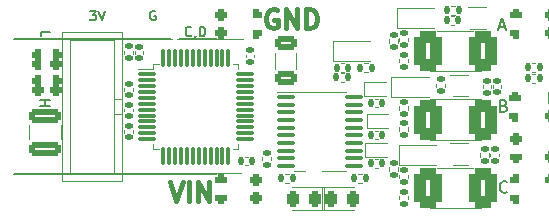
<source format=gbr>
%TF.GenerationSoftware,KiCad,Pcbnew,(6.0.5)*%
%TF.CreationDate,2022-09-11T00:02:45-04:00*%
%TF.ProjectId,GoldESC,476f6c64-4553-4432-9e6b-696361645f70,rev?*%
%TF.SameCoordinates,Original*%
%TF.FileFunction,Legend,Top*%
%TF.FilePolarity,Positive*%
%FSLAX46Y46*%
G04 Gerber Fmt 4.6, Leading zero omitted, Abs format (unit mm)*
G04 Created by KiCad (PCBNEW (6.0.5)) date 2022-09-11 00:02:45*
%MOMM*%
%LPD*%
G01*
G04 APERTURE LIST*
G04 Aperture macros list*
%AMRoundRect*
0 Rectangle with rounded corners*
0 $1 Rounding radius*
0 $2 $3 $4 $5 $6 $7 $8 $9 X,Y pos of 4 corners*
0 Add a 4 corners polygon primitive as box body*
4,1,4,$2,$3,$4,$5,$6,$7,$8,$9,$2,$3,0*
0 Add four circle primitives for the rounded corners*
1,1,$1+$1,$2,$3*
1,1,$1+$1,$4,$5*
1,1,$1+$1,$6,$7*
1,1,$1+$1,$8,$9*
0 Add four rect primitives between the rounded corners*
20,1,$1+$1,$2,$3,$4,$5,0*
20,1,$1+$1,$4,$5,$6,$7,0*
20,1,$1+$1,$6,$7,$8,$9,0*
20,1,$1+$1,$8,$9,$2,$3,0*%
G04 Aperture macros list end*
%ADD10C,0.200000*%
%ADD11C,0.400000*%
%ADD12C,0.150000*%
%ADD13C,0.120000*%
%ADD14RoundRect,0.135000X-0.135000X-0.185000X0.135000X-0.185000X0.135000X0.185000X-0.135000X0.185000X0*%
%ADD15R,0.700000X0.340000*%
%ADD16R,0.600000X0.700000*%
%ADD17RoundRect,0.243750X0.243750X0.456250X-0.243750X0.456250X-0.243750X-0.456250X0.243750X-0.456250X0*%
%ADD18RoundRect,0.135000X-0.185000X0.135000X-0.185000X-0.135000X0.185000X-0.135000X0.185000X0.135000X0*%
%ADD19RoundRect,0.140000X-0.170000X0.140000X-0.170000X-0.140000X0.170000X-0.140000X0.170000X0.140000X0*%
%ADD20RoundRect,0.140000X0.140000X0.170000X-0.140000X0.170000X-0.140000X-0.170000X0.140000X-0.170000X0*%
%ADD21RoundRect,0.140000X-0.140000X-0.170000X0.140000X-0.170000X0.140000X0.170000X-0.140000X0.170000X0*%
%ADD22R,1.000000X1.000000*%
%ADD23RoundRect,0.075000X-0.662500X-0.075000X0.662500X-0.075000X0.662500X0.075000X-0.662500X0.075000X0*%
%ADD24RoundRect,0.075000X-0.075000X-0.662500X0.075000X-0.662500X0.075000X0.662500X-0.075000X0.662500X0*%
%ADD25RoundRect,0.243750X-0.243750X-0.456250X0.243750X-0.456250X0.243750X0.456250X-0.243750X0.456250X0*%
%ADD26RoundRect,0.135000X0.185000X-0.135000X0.185000X0.135000X-0.185000X0.135000X-0.185000X-0.135000X0*%
%ADD27RoundRect,0.250000X1.075000X-0.375000X1.075000X0.375000X-1.075000X0.375000X-1.075000X-0.375000X0*%
%ADD28RoundRect,0.135000X0.135000X0.185000X-0.135000X0.185000X-0.135000X-0.185000X0.135000X-0.185000X0*%
%ADD29C,1.200000*%
%ADD30RoundRect,0.100000X-0.637500X-0.100000X0.637500X-0.100000X0.637500X0.100000X-0.637500X0.100000X0*%
%ADD31RoundRect,0.250000X0.250000X-0.250000X0.250000X0.250000X-0.250000X0.250000X-0.250000X-0.250000X0*%
%ADD32RoundRect,0.250000X-0.250000X0.250000X-0.250000X-0.250000X0.250000X-0.250000X0.250000X0.250000X0*%
%ADD33RoundRect,0.508000X0.711200X1.168400X-0.711200X1.168400X-0.711200X-1.168400X0.711200X-1.168400X0*%
%ADD34RoundRect,0.140000X0.170000X-0.140000X0.170000X0.140000X-0.170000X0.140000X-0.170000X-0.140000X0*%
%ADD35RoundRect,0.250000X0.250000X0.250000X-0.250000X0.250000X-0.250000X-0.250000X0.250000X-0.250000X0*%
%ADD36O,1.000000X1.000000*%
%ADD37RoundRect,0.250000X0.650000X-0.325000X0.650000X0.325000X-0.650000X0.325000X-0.650000X-0.325000X0*%
%ADD38C,1.400000*%
G04 APERTURE END LIST*
D10*
X-17976895Y76228D02*
X-18776895Y76228D01*
X-18395942Y76228D02*
X-18395942Y533371D01*
X-17976895Y533371D02*
X-18776895Y533371D01*
X-18751504Y5949980D02*
X-18751504Y6330933D01*
X-17951504Y6330933D01*
D11*
X-7797580Y-6388209D02*
X-7264247Y-7988209D01*
X-6730914Y-6388209D01*
X-6197580Y-7988209D02*
X-6197580Y-6388209D01*
X-5435676Y-7988209D02*
X-5435676Y-6388209D01*
X-4521390Y-7988209D01*
X-4521390Y-6388209D01*
X1270152Y8166000D02*
X1117771Y8242190D01*
X889200Y8242190D01*
X660628Y8166000D01*
X508247Y8013619D01*
X432057Y7861238D01*
X355866Y7556476D01*
X355866Y7327904D01*
X432057Y7023142D01*
X508247Y6870761D01*
X660628Y6718380D01*
X889200Y6642190D01*
X1041580Y6642190D01*
X1270152Y6718380D01*
X1346342Y6794571D01*
X1346342Y7327904D01*
X1041580Y7327904D01*
X2032057Y6642190D02*
X2032057Y8242190D01*
X2946342Y6642190D01*
X2946342Y8242190D01*
X3708247Y6642190D02*
X3708247Y8242190D01*
X4089199Y8242190D01*
X4317771Y8166000D01*
X4470152Y8013619D01*
X4546342Y7861238D01*
X4622533Y7556476D01*
X4622533Y7327904D01*
X4546342Y7023142D01*
X4470152Y6870761D01*
X4317771Y6718380D01*
X4089199Y6642190D01*
X3708247Y6642190D01*
D10*
X-5981657Y6064285D02*
X-6019752Y6026190D01*
X-6134038Y5988095D01*
X-6210228Y5988095D01*
X-6324514Y6026190D01*
X-6400704Y6102380D01*
X-6438800Y6178571D01*
X-6476895Y6330952D01*
X-6476895Y6445238D01*
X-6438800Y6597619D01*
X-6400704Y6673809D01*
X-6324514Y6750000D01*
X-6210228Y6788095D01*
X-6134038Y6788095D01*
X-6019752Y6750000D01*
X-5981657Y6711904D01*
X-5600704Y6026190D02*
X-5600704Y5988095D01*
X-5638800Y5911904D01*
X-5676895Y5873809D01*
X-5257847Y5988095D02*
X-5257847Y6788095D01*
X-5067371Y6788095D01*
X-4953085Y6750000D01*
X-4876895Y6673809D01*
X-4838800Y6597619D01*
X-4800704Y6445238D01*
X-4800704Y6330952D01*
X-4838800Y6178571D01*
X-4876895Y6102380D01*
X-4953085Y6026190D01*
X-5067371Y5988095D01*
X-5257847Y5988095D01*
X-9036076Y8070800D02*
X-9112266Y8108895D01*
X-9226552Y8108895D01*
X-9340838Y8070800D01*
X-9417028Y7994609D01*
X-9455123Y7918419D01*
X-9493219Y7766038D01*
X-9493219Y7651752D01*
X-9455123Y7499371D01*
X-9417028Y7423180D01*
X-9340838Y7346990D01*
X-9226552Y7308895D01*
X-9150361Y7308895D01*
X-9036076Y7346990D01*
X-8997980Y7385085D01*
X-8997980Y7651752D01*
X-9150361Y7651752D01*
X-14579523Y8108895D02*
X-14084285Y8108895D01*
X-14350952Y7804133D01*
X-14236666Y7804133D01*
X-14160476Y7766038D01*
X-14122380Y7727942D01*
X-14084285Y7651752D01*
X-14084285Y7461276D01*
X-14122380Y7385085D01*
X-14160476Y7346990D01*
X-14236666Y7308895D01*
X-14465238Y7308895D01*
X-14541428Y7346990D01*
X-14579523Y7385085D01*
X-13855714Y8108895D02*
X-13589047Y7308895D01*
X-13322380Y8108895D01*
D12*
X-1700000Y-5700000D02*
X-21000000Y-5700000D01*
X-1600000Y5700000D02*
X-21000000Y5700000D01*
D10*
X20759523Y-7207142D02*
X20711904Y-7254761D01*
X20569047Y-7302380D01*
X20473809Y-7302380D01*
X20330952Y-7254761D01*
X20235714Y-7159523D01*
X20188095Y-7064285D01*
X20140476Y-6873809D01*
X20140476Y-6730952D01*
X20188095Y-6540476D01*
X20235714Y-6445238D01*
X20330952Y-6350000D01*
X20473809Y-6302380D01*
X20569047Y-6302380D01*
X20711904Y-6350000D01*
X20759523Y-6397619D01*
X20471428Y71428D02*
X20614285Y23809D01*
X20661904Y-23809D01*
X20709523Y-119047D01*
X20709523Y-261904D01*
X20661904Y-357142D01*
X20614285Y-404761D01*
X20519047Y-452380D01*
X20138095Y-452380D01*
X20138095Y547619D01*
X20471428Y547619D01*
X20566666Y500000D01*
X20614285Y452380D01*
X20661904Y357142D01*
X20661904Y261904D01*
X20614285Y166666D01*
X20566666Y119047D01*
X20471428Y71428D01*
X20138095Y71428D01*
X20111904Y6783333D02*
X20588095Y6783333D01*
X20016666Y6497619D02*
X20350000Y7497619D01*
X20683333Y6497619D01*
D13*
%TO.C,R43*%
X8646359Y2920000D02*
X8953641Y2920000D01*
X8646359Y3680000D02*
X8953641Y3680000D01*
%TO.C,U4*%
X17400000Y8400000D02*
X18950000Y8400000D01*
X18950000Y6600000D02*
X17650000Y6600000D01*
%TO.C,D5*%
X8850000Y-600000D02*
X8850000Y-1800000D01*
X10700000Y-600000D02*
X8850000Y-600000D01*
X10700000Y-1800000D02*
X8850000Y-1800000D01*
%TO.C,D83*%
X2550000Y-8760000D02*
X5235000Y-8760000D01*
X5235000Y-8760000D02*
X5235000Y-6840000D01*
X5235000Y-6840000D02*
X2550000Y-6840000D01*
%TO.C,R21*%
X12380000Y-7546359D02*
X12380000Y-7853641D01*
X11620000Y-7546359D02*
X11620000Y-7853641D01*
%TO.C,C82*%
X-10760000Y4707836D02*
X-10760000Y4492164D01*
X-10040000Y4707836D02*
X-10040000Y4492164D01*
%TO.C,C42*%
X6907836Y2940000D02*
X6692164Y2940000D01*
X6907836Y3660000D02*
X6692164Y3660000D01*
%TO.C,C7*%
X16257836Y6940000D02*
X16042164Y6940000D01*
X16257836Y7660000D02*
X16042164Y7660000D01*
%TO.C,R10*%
X12380000Y5853641D02*
X12380000Y5546359D01*
X11620000Y5853641D02*
X11620000Y5546359D01*
%TO.C,C8*%
X20260000Y1807836D02*
X20260000Y1592164D01*
X19540000Y1807836D02*
X19540000Y1592164D01*
%TO.C,C81*%
X-1407836Y-4960000D02*
X-1192164Y-4960000D01*
X-1407836Y-4240000D02*
X-1192164Y-4240000D01*
%TO.C,R12*%
X11620000Y-5746359D02*
X11620000Y-6053641D01*
X12380000Y-5746359D02*
X12380000Y-6053641D01*
%TO.C,R24*%
X780000Y-4246359D02*
X780000Y-4553641D01*
X20000Y-4246359D02*
X20000Y-4553641D01*
%TO.C,D1*%
X11450000Y8350000D02*
X11450000Y6650000D01*
X11450000Y6650000D02*
X14600000Y6650000D01*
X11450000Y8350000D02*
X14600000Y8350000D01*
%TO.C,U80*%
X-1990000Y3610000D02*
X-1990000Y3160000D01*
X-8760000Y3610000D02*
X-9210000Y3610000D01*
X-2440000Y3610000D02*
X-1990000Y3610000D01*
X-8760000Y-3610000D02*
X-9210000Y-3610000D01*
X-9210000Y3610000D02*
X-9210000Y3160000D01*
X-2440000Y-3610000D02*
X-1990000Y-3610000D01*
X-9210000Y3160000D02*
X-10500000Y3160000D01*
X-9210000Y-3610000D02*
X-9210000Y-3160000D01*
X-1990000Y-3610000D02*
X-1990000Y-3160000D01*
%TO.C,R32*%
X-10920000Y4753641D02*
X-10920000Y4446359D01*
X-11680000Y4753641D02*
X-11680000Y4446359D01*
%TO.C,D84*%
X5065000Y-8760000D02*
X7750000Y-8760000D01*
X5065000Y-6840000D02*
X5065000Y-8760000D01*
X7750000Y-6840000D02*
X5065000Y-6840000D01*
%TO.C,R18*%
X19230000Y-4253641D02*
X19230000Y-3946359D01*
X18470000Y-4253641D02*
X18470000Y-3946359D01*
%TO.C,R14*%
X15530000Y1953641D02*
X15530000Y1646359D01*
X14770000Y1953641D02*
X14770000Y1646359D01*
%TO.C,L60*%
X-17040000Y-2761064D02*
X-17040000Y-1556936D01*
X-19760000Y-2761064D02*
X-19760000Y-1556936D01*
%TO.C,R15*%
X10770000Y-5403641D02*
X10770000Y-5096359D01*
X11530000Y-5403641D02*
X11530000Y-5096359D01*
%TO.C,R7*%
X23153641Y2020000D02*
X22846359Y2020000D01*
X23153641Y2780000D02*
X22846359Y2780000D01*
%TO.C,D42*%
X6000000Y5550000D02*
X9150000Y5550000D01*
X6000000Y5550000D02*
X6000000Y3850000D01*
X6000000Y3850000D02*
X9150000Y3850000D01*
%TO.C,D6*%
X10600000Y-4250000D02*
X8750000Y-4250000D01*
X10600000Y-3050000D02*
X8750000Y-3050000D01*
X8750000Y-3050000D02*
X8750000Y-4250000D01*
%TO.C,U2*%
X4900000Y-5485000D02*
X2700000Y-5485000D01*
X4900000Y-5485000D02*
X7100000Y-5485000D01*
X4900000Y1285000D02*
X1300000Y1285000D01*
X4900000Y1285000D02*
X7100000Y1285000D01*
%TO.C,R11*%
X11620000Y53641D02*
X11620000Y-253641D01*
X12380000Y53641D02*
X12380000Y-253641D01*
%TO.C,C88*%
X-11660000Y1557836D02*
X-11660000Y1342164D01*
X-10940000Y1557836D02*
X-10940000Y1342164D01*
%TO.C,R1*%
X18577064Y6410000D02*
X14222936Y6410000D01*
X18577064Y2990000D02*
X14222936Y2990000D01*
%TO.C,C9*%
X19340000Y-3992164D02*
X19340000Y-4207836D01*
X20060000Y-3992164D02*
X20060000Y-4207836D01*
%TO.C,D4*%
X8650000Y2100000D02*
X8650000Y900000D01*
X10500000Y900000D02*
X8650000Y900000D01*
X10500000Y2100000D02*
X8650000Y2100000D01*
%TO.C,R4*%
X22846359Y3730000D02*
X23153641Y3730000D01*
X22846359Y2970000D02*
X23153641Y2970000D01*
%TO.C,R3*%
X18577064Y-5190000D02*
X14222936Y-5190000D01*
X18577064Y-8610000D02*
X14222936Y-8610000D01*
%TO.C,C89*%
X-10940000Y-407836D02*
X-10940000Y-192164D01*
X-11660000Y-407836D02*
X-11660000Y-192164D01*
%TO.C,R20*%
X11620000Y-2053641D02*
X11620000Y-1746359D01*
X12380000Y-2053641D02*
X12380000Y-1746359D01*
%TO.C,R19*%
X11620000Y4053641D02*
X11620000Y3746359D01*
X12380000Y4053641D02*
X12380000Y3746359D01*
%TO.C,C5*%
X9807836Y-2040000D02*
X9592164Y-2040000D01*
X9807836Y-2760000D02*
X9592164Y-2760000D01*
%TO.C,D3*%
X11600000Y-3250000D02*
X11600000Y-4950000D01*
X11600000Y-3250000D02*
X14750000Y-3250000D01*
X11600000Y-4950000D02*
X14750000Y-4950000D01*
%TO.C,C84*%
X-11660000Y-1992164D02*
X-11660000Y-2207836D01*
X-10940000Y-1992164D02*
X-10940000Y-2207836D01*
%TO.C,R42*%
X6646359Y2880000D02*
X6953641Y2880000D01*
X6646359Y2120000D02*
X6953641Y2120000D01*
%TO.C,J81*%
X-12550000Y635000D02*
X-11860000Y635000D01*
X-11860000Y635000D02*
X-11850000Y-635000D01*
X-11850000Y-635000D02*
X-12495000Y-635000D01*
X-16250000Y5625000D02*
X-12550000Y5625000D01*
X-12550000Y5625000D02*
X-12550000Y-5625000D01*
X-12550000Y-5625000D02*
X-16250000Y-5625000D01*
X-16250000Y-5625000D02*
X-16250000Y5625000D01*
X-16950000Y6325000D02*
X-11850000Y6325000D01*
X-11850000Y6325000D02*
X-11850000Y-6325000D01*
X-11850000Y-6325000D02*
X-16950000Y-6325000D01*
X-16950000Y-6325000D02*
X-16950000Y6325000D01*
%TO.C,R17*%
X19430000Y1546359D02*
X19430000Y1853641D01*
X18670000Y1546359D02*
X18670000Y1853641D01*
%TO.C,U5*%
X17450000Y900000D02*
X16150000Y900000D01*
X15900000Y2700000D02*
X17450000Y2700000D01*
%TO.C,D2*%
X10950000Y2550000D02*
X14100000Y2550000D01*
X10950000Y2550000D02*
X10950000Y850000D01*
X10950000Y850000D02*
X14100000Y850000D01*
%TO.C,C6*%
X9807836Y-4440000D02*
X9592164Y-4440000D01*
X9807836Y-5160000D02*
X9592164Y-5160000D01*
%TO.C,R16*%
X15996359Y8530000D02*
X16303641Y8530000D01*
X15996359Y7770000D02*
X16303641Y7770000D01*
%TO.C,C83*%
X-640000Y4407836D02*
X-640000Y4192164D01*
X-1360000Y4407836D02*
X-1360000Y4192164D01*
%TO.C,C4*%
X9592164Y660000D02*
X9807836Y660000D01*
X9592164Y-60000D02*
X9807836Y-60000D01*
%TO.C,C10*%
X1090000Y3163748D02*
X1090000Y4586252D01*
X2910000Y3163748D02*
X2910000Y4586252D01*
%TO.C,R13*%
X11530000Y5396359D02*
X11530000Y5703641D01*
X10770000Y5396359D02*
X10770000Y5703641D01*
%TO.C,R2*%
X18577064Y610000D02*
X14222936Y610000D01*
X18577064Y-2810000D02*
X14222936Y-2810000D01*
%TO.C,R22*%
X8453641Y-6430000D02*
X8146359Y-6430000D01*
X8453641Y-5670000D02*
X8146359Y-5670000D01*
%TO.C,R23*%
X2253641Y-5670000D02*
X1946359Y-5670000D01*
X2253641Y-6430000D02*
X1946359Y-6430000D01*
%TO.C,U6*%
X15900000Y-3100000D02*
X17450000Y-3100000D01*
X17450000Y-4900000D02*
X16150000Y-4900000D01*
%TD*%
%LPC*%
D14*
%TO.C,R43*%
X8290000Y3300000D03*
X9310000Y3300000D03*
%TD*%
D15*
%TO.C,U4*%
X17550000Y8000000D03*
X17550000Y7500000D03*
X17550000Y7000000D03*
X19050000Y7000000D03*
X19050000Y7500000D03*
X19050000Y8000000D03*
%TD*%
D16*
%TO.C,D5*%
X9300000Y-1200000D03*
X10700000Y-1200000D03*
%TD*%
D17*
%TO.C,D83*%
X4487500Y-7800000D03*
X2612500Y-7800000D03*
%TD*%
D18*
%TO.C,R21*%
X12000000Y-7190000D03*
X12000000Y-8210000D03*
%TD*%
D19*
%TO.C,C82*%
X-10400000Y5080000D03*
X-10400000Y4120000D03*
%TD*%
D20*
%TO.C,C42*%
X7280000Y3300000D03*
X6320000Y3300000D03*
%TD*%
%TO.C,C7*%
X16630000Y7300000D03*
X15670000Y7300000D03*
%TD*%
D18*
%TO.C,R10*%
X12000000Y6210000D03*
X12000000Y5190000D03*
%TD*%
D19*
%TO.C,C8*%
X19900000Y2180000D03*
X19900000Y1220000D03*
%TD*%
D21*
%TO.C,C81*%
X-1780000Y-4600000D03*
X-820000Y-4600000D03*
%TD*%
D18*
%TO.C,R12*%
X12000000Y-5390000D03*
X12000000Y-6410000D03*
%TD*%
%TO.C,R24*%
X400000Y-3890000D03*
X400000Y-4910000D03*
%TD*%
D22*
%TO.C,D1*%
X12100000Y7500000D03*
X14600000Y7500000D03*
%TD*%
D23*
%TO.C,U80*%
X-9762500Y2750000D03*
X-9762500Y2250000D03*
X-9762500Y1750000D03*
X-9762500Y1250000D03*
X-9762500Y750000D03*
X-9762500Y250000D03*
X-9762500Y-250000D03*
X-9762500Y-750000D03*
X-9762500Y-1250000D03*
X-9762500Y-1750000D03*
X-9762500Y-2250000D03*
X-9762500Y-2750000D03*
D24*
X-8350000Y-4162500D03*
X-7850000Y-4162500D03*
X-7350000Y-4162500D03*
X-6850000Y-4162500D03*
X-6350000Y-4162500D03*
X-5850000Y-4162500D03*
X-5350000Y-4162500D03*
X-4850000Y-4162500D03*
X-4350000Y-4162500D03*
X-3850000Y-4162500D03*
X-3350000Y-4162500D03*
X-2850000Y-4162500D03*
D23*
X-1437500Y-2750000D03*
X-1437500Y-2250000D03*
X-1437500Y-1750000D03*
X-1437500Y-1250000D03*
X-1437500Y-750000D03*
X-1437500Y-250000D03*
X-1437500Y250000D03*
X-1437500Y750000D03*
X-1437500Y1250000D03*
X-1437500Y1750000D03*
X-1437500Y2250000D03*
X-1437500Y2750000D03*
D24*
X-2850000Y4162500D03*
X-3350000Y4162500D03*
X-3850000Y4162500D03*
X-4350000Y4162500D03*
X-4850000Y4162500D03*
X-5350000Y4162500D03*
X-5850000Y4162500D03*
X-6350000Y4162500D03*
X-6850000Y4162500D03*
X-7350000Y4162500D03*
X-7850000Y4162500D03*
X-8350000Y4162500D03*
%TD*%
D18*
%TO.C,R32*%
X-11300000Y5110000D03*
X-11300000Y4090000D03*
%TD*%
D25*
%TO.C,D84*%
X5812500Y-7800000D03*
X7687500Y-7800000D03*
%TD*%
D26*
%TO.C,R18*%
X18850000Y-4610000D03*
X18850000Y-3590000D03*
%TD*%
D18*
%TO.C,R14*%
X15150000Y2310000D03*
X15150000Y1290000D03*
%TD*%
D27*
%TO.C,L60*%
X-18400000Y-3559000D03*
X-18400000Y-759000D03*
%TD*%
D26*
%TO.C,R15*%
X11150000Y-5760000D03*
X11150000Y-4740000D03*
%TD*%
D28*
%TO.C,R7*%
X23510000Y2400000D03*
X22490000Y2400000D03*
%TD*%
D29*
%TO.C,TP80*%
X-7350000Y6250000D03*
%TD*%
%TO.C,TP83*%
X-12350000Y7700000D03*
%TD*%
D22*
%TO.C,D42*%
X6650000Y4700000D03*
X9150000Y4700000D03*
%TD*%
D16*
%TO.C,D6*%
X9200000Y-3650000D03*
X10600000Y-3650000D03*
%TD*%
D30*
%TO.C,U2*%
X2037500Y825000D03*
X2037500Y175000D03*
X2037500Y-475000D03*
X2037500Y-1125000D03*
X2037500Y-1775000D03*
X2037500Y-2425000D03*
X2037500Y-3075000D03*
X2037500Y-3725000D03*
X2037500Y-4375000D03*
X2037500Y-5025000D03*
X7762500Y-5025000D03*
X7762500Y-4375000D03*
X7762500Y-3725000D03*
X7762500Y-3075000D03*
X7762500Y-2425000D03*
X7762500Y-1775000D03*
X7762500Y-1125000D03*
X7762500Y-475000D03*
X7762500Y175000D03*
X7762500Y825000D03*
%TD*%
D29*
%TO.C,TP81*%
X-6550000Y7700000D03*
%TD*%
D18*
%TO.C,R11*%
X12000000Y410000D03*
X12000000Y-610000D03*
%TD*%
D22*
%TO.C,J1*%
X23750000Y7000000D03*
D31*
X21500000Y6250000D03*
D22*
X22250000Y7750000D03*
X22250000Y7000000D03*
X23000000Y7750000D03*
X22250000Y6250000D03*
X24500000Y7000000D03*
X23750000Y6250000D03*
D31*
X24500000Y6250000D03*
D22*
X23750000Y7750000D03*
X23000000Y7000000D03*
X23000000Y6250000D03*
D31*
X21500000Y7750000D03*
D22*
X21500000Y7000000D03*
D31*
X24500000Y7750000D03*
%TD*%
D22*
%TO.C,J40*%
X-1250000Y-7000000D03*
X-500000Y-7000000D03*
X-1250000Y-6250000D03*
X-2000000Y-6250000D03*
X-2750000Y-7750000D03*
X-2000000Y-7000000D03*
X-2000000Y-7750000D03*
X-1250000Y-7750000D03*
X-2750000Y-6250000D03*
D32*
X-500000Y-6250000D03*
X-500000Y-7750000D03*
X-3500000Y-7750000D03*
X-3500000Y-6250000D03*
D22*
X-2750000Y-7000000D03*
X-3500000Y-7000000D03*
%TD*%
D19*
%TO.C,C88*%
X-11300000Y1930000D03*
X-11300000Y970000D03*
%TD*%
D33*
%TO.C,R1*%
X18736800Y4700000D03*
X14063200Y4700000D03*
%TD*%
D19*
%TO.C,C9*%
X19700000Y-3620000D03*
X19700000Y-4580000D03*
%TD*%
D16*
%TO.C,D4*%
X9100000Y1500000D03*
X10500000Y1500000D03*
%TD*%
D14*
%TO.C,R4*%
X22490000Y3350000D03*
X23510000Y3350000D03*
%TD*%
D29*
%TO.C,TP84*%
X-8100000Y7700000D03*
%TD*%
D33*
%TO.C,R3*%
X18736800Y-6900000D03*
X14063200Y-6900000D03*
%TD*%
D34*
%TO.C,C89*%
X-11300000Y-780000D03*
X-11300000Y180000D03*
%TD*%
D26*
%TO.C,R20*%
X12000000Y-2410000D03*
X12000000Y-1390000D03*
%TD*%
D18*
%TO.C,R19*%
X12000000Y4410000D03*
X12000000Y3390000D03*
%TD*%
D22*
%TO.C,J2*%
X22950000Y750000D03*
X22200000Y750000D03*
X23700000Y0D03*
X23700000Y-750000D03*
D31*
X21450000Y750000D03*
D22*
X24450000Y0D03*
D31*
X21450000Y-750000D03*
D22*
X22950000Y-750000D03*
X22200000Y-750000D03*
X22200000Y0D03*
X22950000Y0D03*
D31*
X24450000Y-750000D03*
X24450000Y750000D03*
D22*
X21450000Y0D03*
X23700000Y750000D03*
%TD*%
D29*
%TO.C,TP82*%
X-5000000Y7700000D03*
%TD*%
D20*
%TO.C,C5*%
X10180000Y-2400000D03*
X9220000Y-2400000D03*
%TD*%
D22*
%TO.C,D3*%
X12250000Y-4100000D03*
X14750000Y-4100000D03*
%TD*%
D35*
%TO.C,J30*%
X-17450000Y4400000D03*
X-18950000Y3650000D03*
D22*
X-18200000Y3650000D03*
D35*
X-18950000Y4400000D03*
X-17450000Y3650000D03*
D22*
X-18200000Y4400000D03*
D35*
X-17450000Y2150000D03*
D22*
X-18200000Y1400000D03*
D35*
X-18950000Y2150000D03*
D22*
X-18200000Y2150000D03*
D35*
X-18950000Y1400000D03*
X-17450000Y1400000D03*
%TD*%
D19*
%TO.C,C84*%
X-11300000Y-1620000D03*
X-11300000Y-2580000D03*
%TD*%
D14*
%TO.C,R42*%
X6290000Y2500000D03*
X7310000Y2500000D03*
%TD*%
D22*
%TO.C,J81*%
X-13765000Y-2540000D03*
D36*
X-15035000Y-2540000D03*
X-13765000Y-1270000D03*
X-15035000Y-1270000D03*
X-13765000Y0D03*
X-15035000Y0D03*
X-13765000Y1270000D03*
X-15035000Y1270000D03*
X-13765000Y2540000D03*
X-15035000Y2540000D03*
%TD*%
D26*
%TO.C,R17*%
X19050000Y1190000D03*
X19050000Y2210000D03*
%TD*%
D15*
%TO.C,U5*%
X16050000Y2300000D03*
X16050000Y1800000D03*
X16050000Y1300000D03*
X17550000Y1300000D03*
X17550000Y1800000D03*
X17550000Y2300000D03*
%TD*%
D32*
%TO.C,J41*%
X-500000Y6250000D03*
D22*
X-3500000Y7000000D03*
X-2750000Y6250000D03*
X-1250000Y7000000D03*
D32*
X-500000Y7750000D03*
D22*
X-2750000Y7750000D03*
X-2000000Y7750000D03*
D32*
X-3500000Y7750000D03*
D22*
X-2000000Y6250000D03*
X-2000000Y7000000D03*
X-2750000Y7000000D03*
X-1250000Y7750000D03*
X-1250000Y6250000D03*
X-500000Y7000000D03*
D32*
X-3500000Y6250000D03*
%TD*%
D22*
%TO.C,D2*%
X11600000Y1700000D03*
X14100000Y1700000D03*
%TD*%
D20*
%TO.C,C6*%
X10180000Y-4800000D03*
X9220000Y-4800000D03*
%TD*%
D14*
%TO.C,R16*%
X15640000Y8150000D03*
X16660000Y8150000D03*
%TD*%
D19*
%TO.C,C83*%
X-1000000Y4780000D03*
X-1000000Y3820000D03*
%TD*%
D22*
%TO.C,J4*%
X22250000Y-4250000D03*
D32*
X24500000Y-2750000D03*
D22*
X23750000Y-2750000D03*
D32*
X21500000Y-4250000D03*
D22*
X21500000Y-3500000D03*
X23000000Y-4250000D03*
X23750000Y-3500000D03*
X22250000Y-3500000D03*
X23000000Y-2750000D03*
X24500000Y-3500000D03*
X23750000Y-4250000D03*
X22250000Y-2750000D03*
D32*
X24500000Y-4250000D03*
X21500000Y-2750000D03*
D22*
X23000000Y-3500000D03*
%TD*%
D21*
%TO.C,C4*%
X9220000Y300000D03*
X10180000Y300000D03*
%TD*%
D37*
%TO.C,C10*%
X2000000Y2400000D03*
X2000000Y5350000D03*
%TD*%
D26*
%TO.C,R13*%
X11150000Y5040000D03*
X11150000Y6060000D03*
%TD*%
D33*
%TO.C,R2*%
X18736800Y-1100000D03*
X14063200Y-1100000D03*
%TD*%
D28*
%TO.C,R22*%
X8810000Y-6050000D03*
X7790000Y-6050000D03*
%TD*%
%TO.C,R23*%
X2610000Y-6050000D03*
X1590000Y-6050000D03*
%TD*%
D31*
%TO.C,J3*%
X21500000Y-6250000D03*
X21500000Y-7750000D03*
D22*
X23750000Y-6250000D03*
D31*
X24500000Y-6250000D03*
X24500000Y-7750000D03*
D22*
X23000000Y-7000000D03*
X24500000Y-7000000D03*
X22250000Y-6250000D03*
X21500000Y-7000000D03*
X23000000Y-7750000D03*
X22250000Y-7000000D03*
X22250000Y-7750000D03*
X23750000Y-7750000D03*
X23000000Y-6250000D03*
X23750000Y-7000000D03*
%TD*%
D15*
%TO.C,U6*%
X16050000Y-3500000D03*
X16050000Y-4000000D03*
X16050000Y-4500000D03*
X17550000Y-4500000D03*
X17550000Y-4000000D03*
X17550000Y-3500000D03*
%TD*%
D38*
%TO.C,C40*%
X4400000Y-5691000D03*
X4400000Y-2691000D03*
%TD*%
%TO.C,C41*%
X4400000Y2700000D03*
X4400000Y5700000D03*
%TD*%
M02*

</source>
